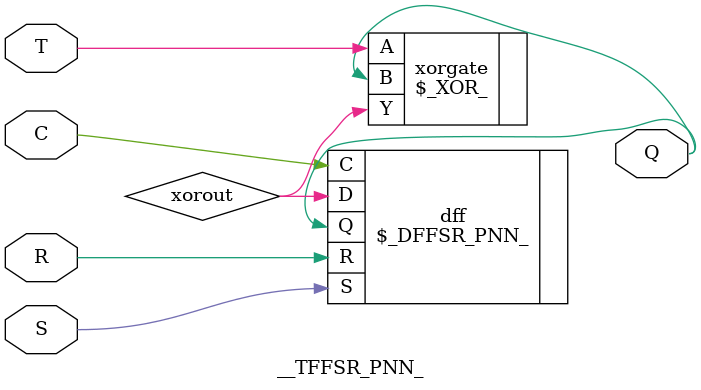
<source format=v>
module __TFFSR_PNN_ (C, S, R, T, Q);
	input C, S, R, T;
	output wire Q;
	wire xorout;
	$_XOR_ xorgate (
		.A(T),
		.B(Q),
		.Y(xorout),
	);
	$_DFFSR_PNN_ dff (
		.C(C),
		.D(xorout),
		.Q(Q),
		.S(S),
		.R(R),
	);
endmodule
</source>
